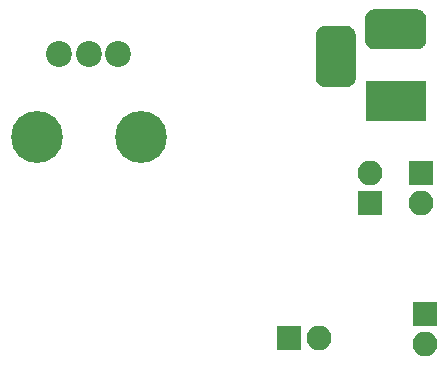
<source format=gbs>
G04 #@! TF.GenerationSoftware,KiCad,Pcbnew,5.0.0*
G04 #@! TF.CreationDate,2018-10-27T20:33:49+02:00*
G04 #@! TF.ProjectId,SimpleBatDetector,53696D706C654261744465746563746F,rev?*
G04 #@! TF.SameCoordinates,Original*
G04 #@! TF.FileFunction,Soldermask,Bot*
G04 #@! TF.FilePolarity,Negative*
%FSLAX46Y46*%
G04 Gerber Fmt 4.6, Leading zero omitted, Abs format (unit mm)*
G04 Created by KiCad (PCBNEW 5.0.0) date Sat Oct 27 20:33:49 2018*
%MOMM*%
%LPD*%
G01*
G04 APERTURE LIST*
%ADD10C,0.100000*%
%ADD11C,3.400000*%
%ADD12R,5.200000X3.400000*%
%ADD13O,2.100000X2.100000*%
%ADD14R,2.100000X2.100000*%
%ADD15C,2.200000*%
%ADD16C,4.400000*%
G04 APERTURE END LIST*
D10*
G04 #@! TO.C,J2*
G36*
X134333315Y-56204093D02*
X134415827Y-56216333D01*
X134496742Y-56236601D01*
X134575281Y-56264702D01*
X134650687Y-56300367D01*
X134722235Y-56343251D01*
X134789234Y-56392941D01*
X134851041Y-56448959D01*
X134907059Y-56510766D01*
X134956749Y-56577765D01*
X134999633Y-56649313D01*
X135035298Y-56724719D01*
X135063399Y-56803258D01*
X135083667Y-56884173D01*
X135095907Y-56966685D01*
X135100000Y-57050000D01*
X135100000Y-58750000D01*
X135095907Y-58833315D01*
X135083667Y-58915827D01*
X135063399Y-58996742D01*
X135035298Y-59075281D01*
X134999633Y-59150687D01*
X134956749Y-59222235D01*
X134907059Y-59289234D01*
X134851041Y-59351041D01*
X134789234Y-59407059D01*
X134722235Y-59456749D01*
X134650687Y-59499633D01*
X134575281Y-59535298D01*
X134496742Y-59563399D01*
X134415827Y-59583667D01*
X134333315Y-59595907D01*
X134250000Y-59600000D01*
X130750000Y-59600000D01*
X130666685Y-59595907D01*
X130584173Y-59583667D01*
X130503258Y-59563399D01*
X130424719Y-59535298D01*
X130349313Y-59499633D01*
X130277765Y-59456749D01*
X130210766Y-59407059D01*
X130148959Y-59351041D01*
X130092941Y-59289234D01*
X130043251Y-59222235D01*
X130000367Y-59150687D01*
X129964702Y-59075281D01*
X129936601Y-58996742D01*
X129916333Y-58915827D01*
X129904093Y-58833315D01*
X129900000Y-58750000D01*
X129900000Y-57050000D01*
X129904093Y-56966685D01*
X129916333Y-56884173D01*
X129936601Y-56803258D01*
X129964702Y-56724719D01*
X130000367Y-56649313D01*
X130043251Y-56577765D01*
X130092941Y-56510766D01*
X130148959Y-56448959D01*
X130210766Y-56392941D01*
X130277765Y-56343251D01*
X130349313Y-56300367D01*
X130424719Y-56264702D01*
X130503258Y-56236601D01*
X130584173Y-56216333D01*
X130666685Y-56204093D01*
X130750000Y-56200000D01*
X134250000Y-56200000D01*
X134333315Y-56204093D01*
X134333315Y-56204093D01*
G37*
D11*
X132500000Y-57900000D03*
D12*
X132500000Y-64000000D03*
D10*
G36*
X128353315Y-57594093D02*
X128435827Y-57606333D01*
X128516742Y-57626601D01*
X128595281Y-57654702D01*
X128670687Y-57690367D01*
X128742235Y-57733251D01*
X128809234Y-57782941D01*
X128871041Y-57838959D01*
X128927059Y-57900766D01*
X128976749Y-57967765D01*
X129019633Y-58039313D01*
X129055298Y-58114719D01*
X129083399Y-58193258D01*
X129103667Y-58274173D01*
X129115907Y-58356685D01*
X129120000Y-58440000D01*
X129120000Y-61940000D01*
X129115907Y-62023315D01*
X129103667Y-62105827D01*
X129083399Y-62186742D01*
X129055298Y-62265281D01*
X129019633Y-62340687D01*
X128976749Y-62412235D01*
X128927059Y-62479234D01*
X128871041Y-62541041D01*
X128809234Y-62597059D01*
X128742235Y-62646749D01*
X128670687Y-62689633D01*
X128595281Y-62725298D01*
X128516742Y-62753399D01*
X128435827Y-62773667D01*
X128353315Y-62785907D01*
X128270000Y-62790000D01*
X126570000Y-62790000D01*
X126486685Y-62785907D01*
X126404173Y-62773667D01*
X126323258Y-62753399D01*
X126244719Y-62725298D01*
X126169313Y-62689633D01*
X126097765Y-62646749D01*
X126030766Y-62597059D01*
X125968959Y-62541041D01*
X125912941Y-62479234D01*
X125863251Y-62412235D01*
X125820367Y-62340687D01*
X125784702Y-62265281D01*
X125756601Y-62186742D01*
X125736333Y-62105827D01*
X125724093Y-62023315D01*
X125720000Y-61940000D01*
X125720000Y-58440000D01*
X125724093Y-58356685D01*
X125736333Y-58274173D01*
X125756601Y-58193258D01*
X125784702Y-58114719D01*
X125820367Y-58039313D01*
X125863251Y-57967765D01*
X125912941Y-57900766D01*
X125968959Y-57838959D01*
X126030766Y-57782941D01*
X126097765Y-57733251D01*
X126169313Y-57690367D01*
X126244719Y-57654702D01*
X126323258Y-57626601D01*
X126404173Y-57606333D01*
X126486685Y-57594093D01*
X126570000Y-57590000D01*
X128270000Y-57590000D01*
X128353315Y-57594093D01*
X128353315Y-57594093D01*
G37*
D11*
X127420000Y-60190000D03*
G04 #@! TD*
D13*
G04 #@! TO.C,BT1*
X126040000Y-84000000D03*
D14*
X123500000Y-84000000D03*
G04 #@! TD*
G04 #@! TO.C,SW1*
X130300000Y-72600000D03*
D13*
X130300000Y-70060000D03*
G04 #@! TD*
G04 #@! TO.C,MK1*
X135000000Y-84540000D03*
D14*
X135000000Y-82000000D03*
G04 #@! TD*
G04 #@! TO.C,LS1*
X134600000Y-70100000D03*
D13*
X134600000Y-72640000D03*
G04 #@! TD*
D15*
G04 #@! TO.C,RV1*
X109000000Y-60000000D03*
X106500000Y-60000000D03*
X104000000Y-60000000D03*
D16*
X110900000Y-67000000D03*
X102100000Y-67000000D03*
G04 #@! TD*
M02*

</source>
